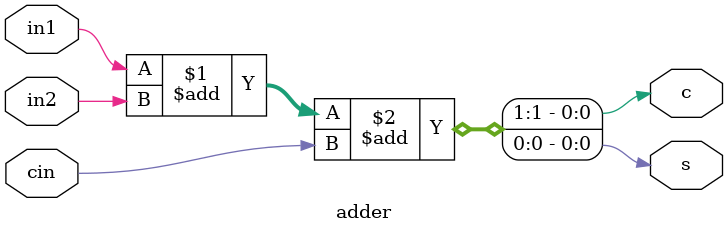
<source format=v>
module top_module( 
    input [2:0] a, b,
    input cin,
    output [2:0] cout,
    output [2:0] sum );

    adder a1(a[0],b[0],cout[0],sum[0],cin);
    generate
        genvar x;
        for(x=1;x<=2;x=x+1)begin:add_generate
            adder add_name(a[x],b[x],cout[x],sum[x],cout[x-1]);
        end
    endgenerate

endmodule

module adder(in1,in2,c,s,cin);
input in1,in2,cin;
output c,s;

assign {c , s} = in1 + in2 + cin;

endmodule 

</source>
